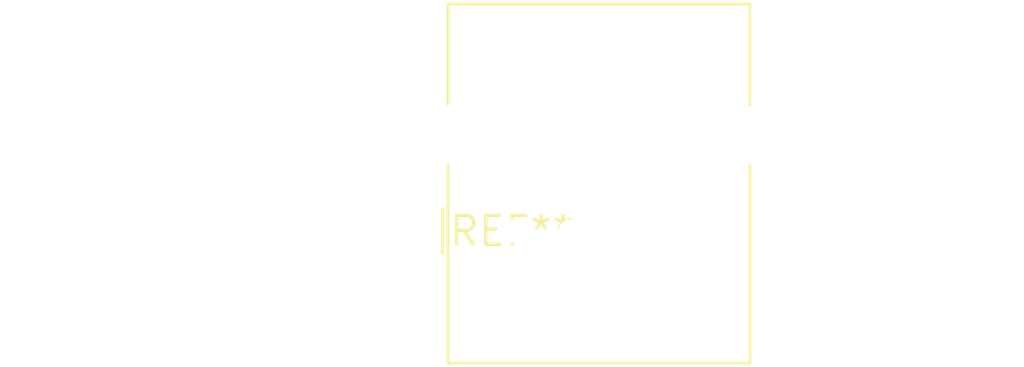
<source format=kicad_pcb>
(kicad_pcb (version 20240108) (generator pcbnew)
  (layers (0 "F.Cu" signal) (31 "B.Cu" signal) (34 "B.Paste" user) (35 "F.Paste" user) (36 "B.SilkS" user "B.Silkscreen") (37 "F.SilkS" user "F.Silkscreen") (38 "B.Mask" user) (39 "F.Mask" user) (44 "Edge.Cuts" user))
  (net 0 "")
  (footprint "Toshiba_TORX170_TORX173_TORX193_TORX194" (layer "F.Cu") (at 0 0)
    (property "Reference" "REF**")
    (property "Value" "Toshiba_TORX170_TORX173_TORX193_TORX194")
    (fp_line (start -3.05 1) (end -3.05 -1) (layer "F.SilkS") (stroke (width 0.12)))
    (fp_line (start -2.81 5.8) (end -2.81 -2.9) (layer "F.SilkS") (stroke (width 0.12)))
    (fp_line (start -2.81 5.8) (end 10.43 5.8) (layer "F.SilkS") (stroke (width 0.12)))
    (fp_line (start -2.8 -9.96) (end -2.8 -5.56) (layer "F.SilkS") (stroke (width 0.12)))
    (fp_line (start 10.42 -9.96) (end -2.8 -9.96) (layer "F.SilkS") (stroke (width 0.12)))
    (fp_line (start 10.42 -9.96) (end 10.42 -5.5) (layer "F.SilkS") (stroke (width 0.12)))
    (fp_line (start 10.43 5.8) (end 10.43 -2.9) (layer "F.SilkS") (stroke (width 0.12)))
    (pad "1" thru_hole rect (at 0 0) (size 1.5 2.5) (drill 1) (layers *.Cu *.Mask) (remove_unused_layers))
    (pad "2" thru_hole oval (at 2.54 0) (size 1.5 2.5) (drill 1) (layers *.Cu *.Mask) (remove_unused_layers))
    (pad "3" thru_hole oval (at 5.08 0) (size 1.5 2.5) (drill 1) (layers *.Cu *.Mask) (remove_unused_layers))
    (pad "4" thru_hole oval (at 7.62 0) (size 1.5 2.5) (drill 1) (layers *.Cu *.Mask) (remove_unused_layers))
    (pad "5" thru_hole circle (at 9.01 -4.2) (size 2.5 2.5) (drill 1.2) (layers *.Cu *.Mask) (remove_unused_layers))
    (pad "6" thru_hole circle (at -1.39 -4.2) (size 2.5 2.5) (drill 1.2) (layers *.Cu *.Mask) (remove_unused_layers))
  )
)
</source>
